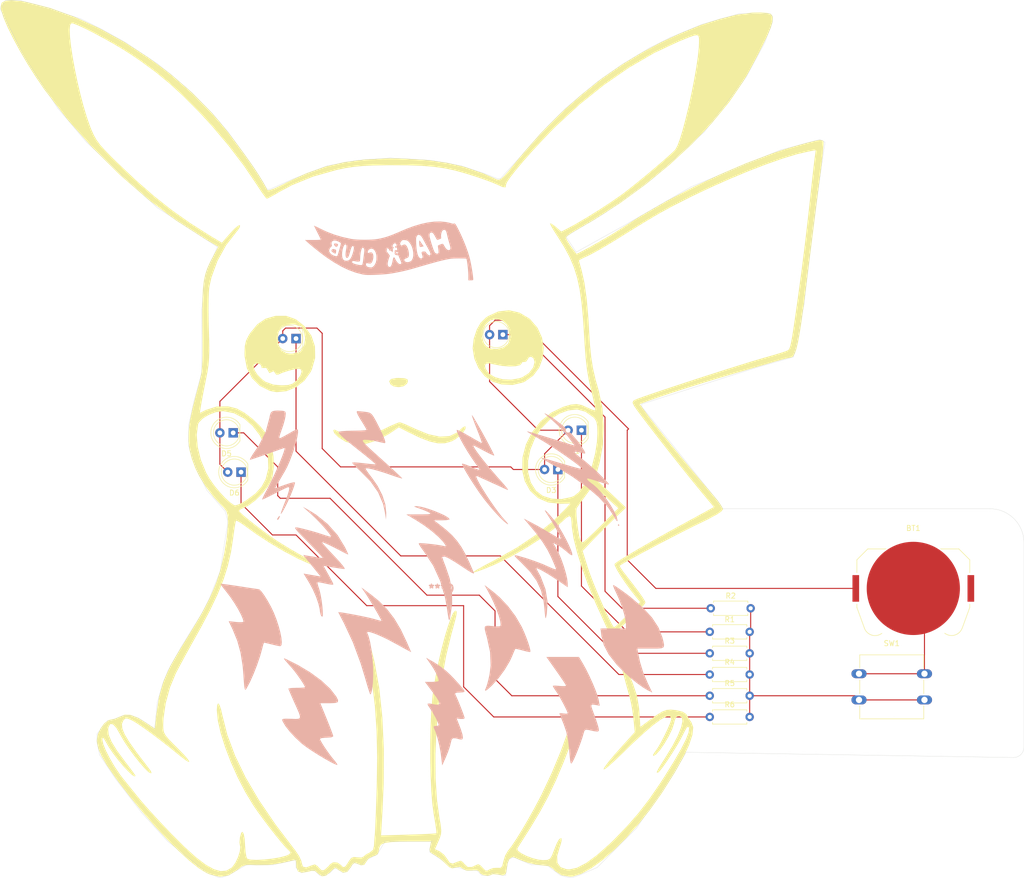
<source format=kicad_pcb>
(kicad_pcb (version 20241229) (generator "pcbnew") (generator_version "9.0")
  (layers (0 "F.Cu" signal) (2 "B.Cu" signal) (13 "F.Paste" user) (15 "B.Paste" user) (5 "F.SilkS" user "F.Silkscreen") (7 "B.SilkS" user "B.Silkscreen") (1 "F.Mask" user) (3 "B.Mask" user) (25 "Edge.Cuts" user))
  (net 0 "")
  (net 1 "Net-(BT1--)")
  (net 2 "Net-(BT1-+)")
  (net 3 "Net-(D1-K)")
  (net 4 "Net-(D2-K)")
  (net 5 "Net-(D3-K)")
  (net 6 "Net-(D4-K)")
  (net 7 "Net-(D5-K)")
  (net 8 "Net-(D6-K)")
  (net 9 "Net-(SW1-B)")
  (footprint "LED_THT:LED_D5.0mm" (layer "F.Cu") (at 79.5 84 180)
    (property "Reference" "D4" (at 1.27 -3.96 0) (layer "F.SilkS"))
    (property "Value" "LED")
    (pad "1" thru_hole rect (at 0 0 180) (size 1.8 1.8) (drill 0.9) (layers "*.Cu" "*.Mask") (net 6 "Net-(D4-K)"))
    (pad "2" thru_hole circle (at 2.54 0 180) (size 1.8 1.8) (drill 0.9) (layers "*.Cu" "*.Mask") (net 2 "Net-(BT1-+)"))
  )
  (footprint "LED_THT:LED_D5.0mm" (layer "F.Cu") (at 134 101.5 180)
    (property "Reference" "D1" (at 1.27 -3.96 0) (layer "F.SilkS"))
    (property "Value" "LED")
    (pad "1" thru_hole rect (at 0 0 180) (size 1.8 1.8) (drill 0.9) (layers "*.Cu" "*.Mask") (net 3 "Net-(D1-K)"))
    (pad "2" thru_hole circle (at 2.54 0 180) (size 1.8 1.8) (drill 0.9) (layers "*.Cu" "*.Mask") (net 2 "Net-(BT1-+)"))
  )
  (footprint "LED_THT:LED_D5.0mm" (layer "F.Cu") (at 67.5 102 180)
    (property "Reference" "D5" (at 1.27 -3.96 0) (layer "F.SilkS"))
    (property "Value" "LED")
    (pad "1" thru_hole rect (at 0 0 180) (size 1.8 1.8) (drill 0.9) (layers "*.Cu" "*.Mask") (net 7 "Net-(D5-K)"))
    (pad "2" thru_hole circle (at 2.54 0 180) (size 1.8 1.8) (drill 0.9) (layers "*.Cu" "*.Mask") (net 2 "Net-(BT1-+)"))
  )
  (footprint "Resistor_THT:R_Axial_DIN0207_L6.3mm_D2.5mm_P7.62mm_Horizontal" (layer "F.Cu") (at 158.69 135.5)
    (property "Reference" "R2" (at 3.81 -2.37 0) (layer "F.SilkS"))
    (property "Value" "R")
    (pad "1" thru_hole circle (at 0 0) (size 1.6 1.6) (drill 0.8) (layers "*.Cu" "*.Mask") (net 4 "Net-(D2-K)"))
    (pad "2" thru_hole circle (at 7.62 0) (size 1.6 1.6) (drill 0.8) (layers "*.Cu" "*.Mask") (net 9 "Net-(SW1-B)"))
  )
  (footprint "Resistor_THT:R_Axial_DIN0207_L6.3mm_D2.5mm_P7.62mm_Horizontal" (layer "F.Cu") (at 158.5 152.2)
    (property "Reference" "R5" (at 3.81 -2.37 0) (layer "F.SilkS"))
    (property "Value" "R")
    (pad "1" thru_hole circle (at 0 0) (size 1.6 1.6) (drill 0.8) (layers "*.Cu" "*.Mask") (net 7 "Net-(D5-K)"))
    (pad "2" thru_hole circle (at 7.62 0) (size 1.6 1.6) (drill 0.8) (layers "*.Cu" "*.Mask") (net 9 "Net-(SW1-B)"))
  )
  (footprint "Button_Switch_THT:SW_SPST_Omron_B3F-40xx" (layer "F.Cu") (at 187 148)
    (property "Reference" "SW1" (at 6.25 -5.8 0) (layer "F.SilkS"))
    (property "Value" "SW_SPST")
    (pad "" np_thru_hole circle (at 6.25 -2) (size 1.8 1.8) (drill 1.8) (layers "*.Cu" "*.Mask"))
    (pad "" np_thru_hole circle (at 6.25 7) (size 1.8 1.8) (drill 1.8) (layers "*.Cu" "*.Mask"))
    (pad "1" thru_hole oval (at 0 0) (size 2.9 1.7) (drill 1.2) (layers "*.Cu" "*.Mask") (net 1 "Net-(BT1--)"))
    (pad "1" thru_hole oval (at 12.5 0) (size 2.9 1.7) (drill 1.2) (layers "*.Cu" "*.Mask") (net 1 "Net-(BT1--)"))
    (pad "2" thru_hole oval (at 0 5) (size 2.9 1.7) (drill 1.2) (layers "*.Cu" "*.Mask") (net 9 "Net-(SW1-B)"))
    (pad "2" thru_hole oval (at 12.5 5) (size 2.9 1.7) (drill 1.2) (layers "*.Cu" "*.Mask") (net 9 "Net-(SW1-B)"))
  )
  (footprint "LOGO" (layer "F.Cu") (at 106 124.5)
    (property "Reference" "G***" (hide yes))
    (property "Value" "LOGO" (hide yes))
  )
  (footprint "Resistor_THT:R_Axial_DIN0207_L6.3mm_D2.5mm_P7.62mm_Horizontal" (layer "F.Cu") (at 158.5 140)
    (property "Reference" "R1" (at 3.81 -2.37 0) (layer "F.SilkS"))
    (property "Value" "R")
    (pad "1" thru_hole circle (at 0 0) (size 1.6 1.6) (drill 0.8) (layers "*.Cu" "*.Mask") (net 3 "Net-(D1-K)"))
    (pad "2" thru_hole circle (at 7.62 0) (size 1.6 1.6) (drill 0.8) (layers "*.Cu" "*.Mask") (net 9 "Net-(SW1-B)"))
  )
  (footprint "LED_THT:LED_D5.0mm" (layer "F.Cu") (at 119 83.25 180)
    (property "Reference" "D2" (at 1.27 -3.96 0) (layer "F.SilkS"))
    (property "Value" "LED")
    (pad "1" thru_hole rect (at 0 0 180) (size 1.8 1.8) (drill 0.9) (layers "*.Cu" "*.Mask") (net 4 "Net-(D2-K)"))
    (pad "2" thru_hole circle (at 2.54 0 180) (size 1.8 1.8) (drill 0.9) (layers "*.Cu" "*.Mask") (net 2 "Net-(BT1-+)"))
  )
  (footprint "Resistor_THT:R_Axial_DIN0207_L6.3mm_D2.5mm_P7.62mm_Horizontal" (layer "F.Cu") (at 158.5 148.15)
    (property "Reference" "R4" (at 3.81 -2.37 0) (layer "F.SilkS"))
    (property "Value" "R")
    (pad "1" thru_hole circle (at 0 0) (size 1.6 1.6) (drill 0.8) (layers "*.Cu" "*.Mask") (net 6 "Net-(D4-K)"))
    (pad "2" thru_hole circle (at 7.62 0) (size 1.6 1.6) (drill 0.8) (layers "*.Cu" "*.Mask") (net 9 "Net-(SW1-B)"))
  )
  (footprint "LED_THT:LED_D5.0mm" (layer "F.Cu") (at 69 109.5 180)
    (property "Reference" "D6" (at 1.27 -3.96 0) (layer "F.SilkS"))
    (property "Value" "LED")
    (pad "1" thru_hole rect (at 0 0 180) (size 1.8 1.8) (drill 0.9) (layers "*.Cu" "*.Mask") (net 8 "Net-(D6-K)"))
    (pad "2" thru_hole circle (at 2.54 0 180) (size 1.8 1.8) (drill 0.9) (layers "*.Cu" "*.Mask") (net 2 "Net-(BT1-+)"))
  )
  (footprint "Resistor_THT:R_Axial_DIN0207_L6.3mm_D2.5mm_P7.62mm_Horizontal" (layer "F.Cu") (at 158.5 144.1)
    (property "Reference" "R3" (at 3.81 -2.37 0) (layer "F.SilkS"))
    (property "Value" "R")
    (pad "1" thru_hole circle (at 0 0) (size 1.6 1.6) (drill 0.8) (layers "*.Cu" "*.Mask") (net 5 "Net-(D3-K)"))
    (pad "2" thru_hole circle (at 7.62 0) (size 1.6 1.6) (drill 0.8) (layers "*.Cu" "*.Mask") (net 9 "Net-(SW1-B)"))
  )
  (footprint "Resistor_THT:R_Axial_DIN0207_L6.3mm_D2.5mm_P7.62mm_Horizontal" (layer "F.Cu") (at 158.5 156.25)
    (property "Reference" "R6" (at 3.81 -2.37 0) (layer "F.SilkS"))
    (property "Value" "R")
    (pad "1" thru_hole circle (at 0 0) (size 1.6 1.6) (drill 0.8) (layers "*.Cu" "*.Mask") (net 8 "Net-(D6-K)"))
    (pad "2" thru_hole circle (at 7.62 0) (size 1.6 1.6) (drill 0.8) (layers "*.Cu" "*.Mask") (net 9 "Net-(SW1-B)"))
  )
  (footprint "Battery:BatteryHolder_Keystone_3034_1x20mm" (layer "F.Cu") (at 197.37 131.708075)
    (property "Reference" "BT1" (at 0 -11.5 0) (layer "F.SilkS"))
    (property "Value" "Battery_Cell")
    (pad "1" smd rect (at -10.985 0) (size 1.27 5.08) (layers "F.Cu" "F.Mask" "F.Paste") (net 2 "Net-(BT1-+)"))
    (pad "1" smd rect (at 10.985 0) (size 1.27 5.08) (layers "F.Cu" "F.Mask" "F.Paste") (net 2 "Net-(BT1-+)"))
    (pad "2" smd circle (at 0 0) (size 17.8 17.8) (layers "F.Cu" "F.Mask") (net 1 "Net-(BT1--)"))
  )
  (footprint "LED_THT:LED_D5.0mm" (layer "F.Cu") (at 129.5 109 180)
    (property "Reference" "D3" (at 1.27 -3.96 0) (layer "F.SilkS"))
    (property "Value" "LED")
    (pad "1" thru_hole rect (at 0 0 180) (size 1.8 1.8) (drill 0.9) (layers "*.Cu" "*.Mask") (net 5 "Net-(D3-K)"))
    (pad "2" thru_hole circle (at 2.54 0 180) (size 1.8 1.8) (drill 0.9) (layers "*.Cu" "*.Mask") (net 2 "Net-(BT1-+)"))
  )
  (footprint "LOGO" (layer "B.Cu") (at 107.25 131.75 180)
    (property "Reference" "G***" (at 0 0 0) (layer "B.SilkS") (effects (font (size 1.5 1.5) (thickness 0.3)) (justify mirror)))
    (property "Value" "LOGO" (hide yes))
  )
  (footprint "LOGO" (layer "B.Cu") (at 97.25 67.25 180)
    (property "Reference" "G***" (at 0 0 0) (layer "B.SilkS") (effects (font (size 1.5 1.5) (thickness 0.3)) (justify mirror)))
    (property "Value" "LOGO" (hide yes))
  )
  (gr_line (start 85.5 51) (end 91 50) (stroke (width 0.05)) (layer "Edge.Cuts"))
  (gr_line (start 75 184.5) (end 72 184.5) (stroke (width 0.05)) (layer "Edge.Cuts"))
  (gr_line (start 70 184.5) (end 66.5 186.5) (stroke (width 0.05)) (layer "Edge.Cuts"))
  (gr_line (start 53 31.5) (end 55.5 33.5) (stroke (width 0.05)) (layer "Edge.Cuts"))
  (gr_line (start 118.5 53.5) (end 123.5 48) (stroke (width 0.05)) (layer "Edge.Cuts"))
  (gr_line (start 116.5 186.5) (end 115 186.5) (stroke (width 0.05)) (layer "Edge.Cuts"))
  (gr_line (start 62 73.5) (end 61.5 78.5) (stroke (width 0.05)) (layer "Edge.Cuts"))
  (gr_line (start 88.5 186) (end 87 185) (stroke (width 0.05)) (layer "Edge.Cuts"))
  (gr_line (start 49.5 156.5) (end 48 156) (stroke (width 0.05)) (layer "Edge.Cuts"))
  (gr_line (start 86 186) (end 85 186.5) (stroke (width 0.05)) (layer "Edge.Cuts"))
  (gr_line (start 47 27.5) (end 53 31.5) (stroke (width 0.05)) (layer "Edge.Cuts"))
  (gr_line (start 62.5 113) (end 66 117) (stroke (width 0.05)) (layer "Edge.Cuts"))
  (gr_line (start 32.5 21) (end 38.5 23) (stroke (width 0.05)) (layer "Edge.Cuts"))
  (gr_line (start 53 59) (end 39.5 46.5) (stroke (width 0.05)) (layer "Edge.Cuts"))
  (gr_line (start 44 157) (end 43.5 157) (stroke (width 0.05)) (layer "Edge.Cuts"))
  (gr_line (start 90.5 184) (end 89.5 185.5) (stroke (width 0.05)) (layer "Edge.Cuts"))
  (gr_line (start 92 184.5) (end 90.5 184) (stroke (width 0.05)) (layer "Edge.Cuts"))
  (gr_line (start 93 183.5) (end 92 184.5) (stroke (width 0.05)) (layer "Edge.Cuts"))
  (gr_line (start 65 187) (end 62.5 186) (stroke (width 0.05)) (layer "Edge.Cuts"))
  (gr_line (start 74.5 55.5) (end 79 53.5) (stroke (width 0.05)) (layer "Edge.Cuts"))
  (gr_line (start 55 147.5) (end 54 150) (stroke (width 0.05)) (layer "Edge.Cuts"))
  (gr_line (start 38.5 23) (end 42.5 25) (stroke (width 0.05)) (layer "Edge.Cuts"))
  (gr_line (start 27 19.5) (end 32.5 21) (stroke (width 0.05)) (layer "Edge.Cuts"))
  (gr_line (start 176.5 77.5) (end 174.5 87.5) (stroke (width 0.05)) (layer "Edge.Cuts"))
  (gr_line (start 79.5 183.5) (end 75 184.5) (stroke (width 0.05)) (layer "Edge.Cuts"))
  (gr_line (start 27.5 30) (end 23 21) (stroke (width 0.05)) (layer "Edge.Cuts"))
  (gr_line (start 41.5 161) (end 42 163.5) (stroke (width 0.05)) (layer "Edge.Cuts"))
  (gr_line (start 131 64.5) (end 133 67.5) (stroke (width 0.05)) (layer "Edge.Cuts"))
  (gr_line (start 52.5 158.5) (end 49.5 156.5) (stroke (width 0.05)) (layer "Edge.Cuts"))
  (gr_line (start 127.5 43.5) (end 131 40) (stroke (width 0.05)) (layer "Edge.Cuts"))
  (gr_line (start 179.5 46) (end 180.5 46.5) (stroke (width 0.05)) (layer "Edge.Cuts"))
  (gr_line (start 34 40) (end 27.5 30) (stroke (width 0.05)) (layer "Edge.Cuts"))
  (gr_line (start 50 174.5) (end 45 168) (stroke (width 0.05)) (layer "Edge.Cuts"))
  (gr_line (start 80 185.5) (end 79.5 185) (stroke (width 0.05)) (layer "Edge.Cuts"))
  (gr_line (start 114 185.5) (end 112 185.5) (stroke (width 0.05)) (layer "Edge.Cuts"))
  (gr_line (start 105 181.5) (end 105.5 180) (stroke (width 0.05)) (layer "Edge.Cuts"))
  (gr_line (start 109.5 185) (end 108 184) (stroke (width 0.05)) (layer "Edge.Cuts"))
  (gr_line (start 119.5 186.5) (end 119 186.5) (stroke (width 0.05)) (layer "Edge.Cuts"))
  (gr_line (start 66 117) (end 66.5 119) (stroke (width 0.05)) (layer "Edge.Cuts"))
  (gr_line (start 132 187) (end 130 186.5) (stroke (width 0.05)) (layer "Edge.Cuts"))
  (gr_line (start 145.5 97) (end 160 115) (stroke (width 0.05)) (layer "Edge.Cuts"))
  (gr_line (start 41.5 159.5) (end 41.5 161) (stroke (width 0.05)) (layer "Edge.Cuts"))
  (gr_line (start 61.5 90.5) (end 60 96) (stroke (width 0.05)) (layer "Edge.Cuts"))
  (gr_line (start 145.5 96.5) (end 145.5 97) (stroke (width 0.05)) (layer "Edge.Cuts"))
  (gr_line (start 69 48) (end 71.5 51.5) (stroke (width 0.05)) (layer "Edge.Cuts"))
  (gr_line (start 130 186.5) (end 128 185) (stroke (width 0.05)) (layer "Edge.Cuts"))
  (gr_line (start 53 59) (end 64.5 66.5) (stroke (width 0.05)) (layer "Edge.Cuts"))
  (gr_line (start 61 110) (end 62.5 113) (stroke (width 0.05)) (layer "Edge.Cuts"))
  (gr_line (start 114.5 186) (end 114 185.5) (stroke (width 0.05)) (layer "Edge.Cuts"))
  (gr_line (start 87 185) (end 86 186) (stroke (width 0.05)) (layer "Edge.Cuts"))
  (gr_line (start 71.5 51.5) (end 74 55.5) (stroke (width 0.05)) (layer "Edge.Cuts"))
  (gr_line (start 42.5 25) (end 47 27.5) (stroke (width 0.05)) (layer "Edge.Cuts"))
  (gr_line (start 170.5 23.5) (end 169 27.5) (stroke (width 0.05)) (layer "Edge.Cuts"))
  (gr_line (start 105 182) (end 105 181.5) (stroke (width 0.05)) (layer "Edge.Cuts"))
  (gr_arc (start 212 116.5) (mid 216.596194 118.403806) (end 218.5 123) (stroke (width 0.05)) (layer "Edge.Cuts"))
  (gr_line (start 138.5 60) (end 131 64.5) (stroke (width 0.05)) (layer "Edge.Cuts"))
  (gr_line (start 62.5 71) (end 62 73.5) (stroke (width 0.05)) (layer "Edge.Cuts"))
  (gr_line (start 160 115) (end 161 116.5) (stroke (width 0.05)) (layer "Edge.Cuts"))
  (gr_line (start 133 67.5) (end 142 62.5) (stroke (width 0.05)) (layer "Edge.Cuts"))
  (gr_line (start 46.5 156) (end 44 157) (stroke (width 0.05)) (layer "Edge.Cuts"))
  (gr_line (start 174.5 87.5) (end 167.5 89.5) (stroke (width 0.05)) (layer "Edge.Cuts"))
  (gr_line (start 66.5 119) (end 65 128.5) (stroke (width 0.05)) (layer "Edge.Cuts"))
  (gr_line (start 63 133.5) (end 61.5 136.5) (stroke (width 0.05)) (layer "Edge.Cuts"))
  (gr_line (start 24 19.5) (end 27 19.5) (stroke (width 0.05)) (layer "Edge.Cuts"))
  (gr_line (start 172 48) (end 179.5 46) (stroke (width 0.05)) (layer "Edge.Cuts"))
  (gr_line (start 121 183) (end 120 183.5) (stroke (width 0.05)) (layer "Edge.Cuts"))
  (gr_line (start 120 183.5) (end 119.5 186.5) (stroke (width 0.05)) (layer "Edge.Cuts"))
  (gr_line (start 91 50) (end 97.5 49.5) (stroke (width 0.05)) (layer "Edge.Cuts"))
  (gr_line (start 84 186.5) (end 83.5 186) (stroke (width 0.05)) (layer "Edge.Cuts"))
  (gr_line (start 59 36.5) (end 63.5 41) (stroke (width 0.05)) (layer "Edge.Cuts"))
  (gr_line (start 74 55.5) (end 74.5 55.5) (stroke (width 0.05)) (layer "Edge.Cuts"))
  (gr_line (start 55.5 33.5) (end 59 36.5) (stroke (width 0.05)) (layer "Edge.Cuts"))
  (gr_line (start 53 153.5) (end 52.5 158.5) (stroke (width 0.05)) (layer "Edge.Cuts"))
  (gr_line (start 89.5 185.5) (end 88.5 186) (stroke (width 0.05)) (layer "Edge.Cuts"))
  (gr_line (start 169 27.5) (end 165.5 34) (stroke (width 0.05)) (layer "Edge.Cuts"))
  (gr_line (start 147.5 53.5) (end 138.5 60) (stroke (width 0.05)) (layer "Edge.Cuts"))
  (gr_line (start 144.5 177.5) (end 137 185) (stroke (width 0.05)) (layer "Edge.Cuts"))
  (gr_line (start 155 55) (end 172 48) (stroke (width 0.05)) (layer "Edge.Cuts"))
  (gr_line (start 105.5 180) (end 96.5 180) (stroke (width 0.05)) (layer "Edge.Cuts"))
  (gr_line (start 115.5 52.5) (end 118 53.5) (stroke (width 0.05)) (layer "Edge.Cuts"))
  (gr_arc (start 218.5 162) (mid 217.914214 163.414214) (end 216.5 164) (stroke (width 0.05)) (layer "Edge.Cuts"))
  (gr_line (start 117 186) (end 116.5 186.5) (stroke (width 0.05)) (layer "Edge.Cuts"))
  (gr_line (start 60 96) (end 59 100.5) (stroke (width 0.05)) (layer "Edge.Cuts"))
  (gr_line (start 61.5 136.5) (end 57.5 143) (stroke (width 0.05)) (layer "Edge.Cuts"))
  (gr_line (start 164 22) (end 170 22) (stroke (width 0.05)) (layer "Edge.Cuts"))
  (gr_line (start 178 64) (end 176.5 77.5) (stroke (width 0.05)) (layer "Edge.Cuts"))
  (gr_line (start 96.5 180) (end 95 182.5) (stroke (width 0.05)) (layer "Edge.Cuts"))
  (gr_line (start 131 40) (end 137 35) (stroke (width 0.05)) (layer "Edge.Cuts"))
  (gr_line (start 133.5 186.5) (end 132 187) (stroke (width 0.05)) (layer "Edge.Cuts"))
  (gr_line (start 128 185) (end 127.5 184.5) (stroke (width 0.05)) (layer "Edge.Cuts"))
  (gr_line (start 170.5 22.5) (end 170.5 23.5) (stroke (width 0.05)) (layer "Edge.Cuts"))
  (gr_line (start 23 21) (end 24 19.5) (stroke (width 0.05)) (layer "Edge.Cuts"))
  (gr_line (start 66.5 44.5) (end 69 48) (stroke (width 0.05)) (layer "Edge.Cuts"))
  (gr_line (start 57.5 143) (end 55 147.5) (stroke (width 0.05)) (layer "Edge.Cuts"))
  (gr_line (start 42 163.5) (end 45 168) (stroke (width 0.05)) (layer "Edge.Cuts"))
  (gr_line (start 115 186.5) (end 114.5 186) (stroke (width 0.05)) (layer "Edge.Cuts"))
  (gr_line (start 79 53.5) (end 85.5 51) (stroke (width 0.05)) (layer "Edge.Cuts"))
  (gr_line (start 105.5 50) (end 111 51) (stroke (width 0.05)) (layer "Edge.Cuts"))
  (gr_line (start 48 156) (end 46.5 156) (stroke (width 0.05)) (layer "Edge.Cuts"))
  (gr_line (start 82 185.5) (end 80.5 186) (stroke (width 0.05)) (layer "Edge.Cuts"))
  (gr_line (start 170 22) (end 170.5 22.5) (stroke (width 0.05)) (layer "Edge.Cuts"))
  (gr_line (start 66.5 186.5) (end 65 187) (stroke (width 0.05)) (layer "Edge.Cuts"))
  (gr_line (start 161 116.5) (end 212 116.5) (stroke (width 0.05)) (layer "Edge.Cuts"))
  (gr_line (start 95 182.5) (end 93 183.5) (stroke (width 0.05)) (layer "Edge.Cuts"))
  (gr_line (start 142 31.5) (end 147 28.5) (stroke (width 0.05)) (layer "Edge.Cuts"))
  (gr_line (start 180.5 46.5) (end 178 64) (stroke (width 0.05)) (layer "Edge.Cuts"))
  (gr_line (start 157.5 44.5) (end 147.5 53.5) (stroke (width 0.05)) (layer "Edge.Cuts"))
  (gr_line (start 79.5 184) (end 79.5 183.5) (stroke (width 0.05)) (layer "Edge.Cuts"))
  (gr_line (start 83.5 186) (end 83 185.5) (stroke (width 0.05)) (layer "Edge.Cuts"))
  (gr_line (start 72 184.5) (end 70 184.5) (stroke (width 0.05)) (layer "Edge.Cuts"))
  (gr_line (start 79.5 185) (end 79.5 184) (stroke (width 0.05)) (layer "Edge.Cuts"))
  (gr_line (start 154 163) (end 151 168) (stroke (width 0.05)) (layer "Edge.Cuts"))
  (gr_line (start 151 168) (end 144.5 177.5) (stroke (width 0.05)) (layer "Edge.Cuts"))
  (gr_line (start 137 185) (end 133.5 186.5) (stroke (width 0.05)) (layer "Edge.Cuts"))
  (gr_line (start 124.5 184.5) (end 121 183) (stroke (width 0.05)) (layer "Edge.Cuts"))
  (gr_line (start 142 62.5) (end 155 55) (stroke (width 0.05)) (layer "Edge.Cuts"))
  (gr_line (start 151 26.5) (end 157 24) (stroke (width 0.05)) (layer "Edge.Cuts"))
  (gr_line (start 218.5 123) (end 218.5 162) (stroke (width 0.05)) (layer "Edge.Cuts"))
  (gr_line (start 167.5 89.5) (end 145.5 96.5) (stroke (width 0.05)) (layer "Edge.Cuts"))
  (gr_line (start 118 53.5) (end 118.5 53.5) (stroke (width 0.05)) (layer "Edge.Cuts"))
  (gr_line (start 59 104.5) (end 61 110) (stroke (width 0.05)) (layer "Edge.Cuts"))
  (gr_line (start 216.5 164) (end 154 163) (stroke (width 0.05)) (layer "Edge.Cuts"))
  (gr_line (start 157 24) (end 164 22) (stroke (width 0.05)) (layer "Edge.Cuts"))
  (gr_line (start 61.5 78.5) (end 61.5 90.5) (stroke (width 0.05)) (layer "Edge.Cuts"))
  (gr_line (start 80.5 186) (end 80 185.5) (stroke (width 0.05)) (layer "Edge.Cuts"))
  (gr_line (start 65 128.5) (end 63 133.5) (stroke (width 0.05)) (layer "Edge.Cuts"))
  (gr_line (start 59 100.5) (end 59 104.5) (stroke (width 0.05)) (layer "Edge.Cuts"))
  (gr_line (start 110.5 185) (end 109.5 185) (stroke (width 0.05)) (layer "Edge.Cuts"))
  (gr_line (start 108 184) (end 105 182) (stroke (width 0.05)) (layer "Edge.Cuts"))
  (gr_line (start 55 180) (end 50 174.5) (stroke (width 0.05)) (layer "Edge.Cuts"))
  (gr_line (start 54 150) (end 53 153.5) (stroke (width 0.05)) (layer "Edge.Cuts"))
  (gr_line (start 63.5 41) (end 66.5 44.5) (stroke (width 0.05)) (layer "Edge.Cuts"))
  (gr_line (start 112 185.5) (end 110.5 185) (stroke (width 0.05)) (layer "Edge.Cuts"))
  (gr_line (start 39.5 46.5) (end 34 40) (stroke (width 0.05)) (layer "Edge.Cuts"))
  (gr_line (start 64.5 66.5) (end 62.5 71) (stroke (width 0.05)) (layer "Edge.Cuts"))
  (gr_line (start 97.5 49.5) (end 105.5 50) (stroke (width 0.05)) (layer "Edge.Cuts"))
  (gr_line (start 123.5 48) (end 127.5 43.5) (stroke (width 0.05)) (layer "Edge.Cuts"))
  (gr_line (start 62.5 186) (end 55 180) (stroke (width 0.05)) (layer "Edge.Cuts"))
  (gr_line (start 165.5 34) (end 157.5 44.5) (stroke (width 0.05)) (layer "Edge.Cuts"))
  (gr_line (start 147 28.5) (end 151 26.5) (stroke (width 0.05)) (layer "Edge.Cuts"))
  (gr_line (start 85 186.5) (end 84 186.5) (stroke (width 0.05)) (layer "Edge.Cuts"))
  (gr_line (start 137 35) (end 142 31.5) (stroke (width 0.05)) (layer "Edge.Cuts"))
  (gr_line (start 119 186.5) (end 117 186) (stroke (width 0.05)) (layer "Edge.Cuts"))
  (gr_line (start 111 51) (end 115.5 52.5) (stroke (width 0.05)) (layer "Edge.Cuts"))
  (gr_line (start 83 185.5) (end 82 185.5) (stroke (width 0.05)) (layer "Edge.Cuts"))
  (gr_line (start 43.5 157) (end 41.5 159.5) (stroke (width 0.05)) (layer "Edge.Cuts"))
  (gr_line (start 127.5 184.5) (end 124.5 184.5) (stroke (width 0.05)) (layer "Edge.Cuts"))
  (segment (start 199.5 148) (end 199.5 133.838075) (width 0.2) (layer "F.Cu") (net 1))
  (segment (start 199.5 133.838075) (end 197.37 131.708075) (width 0.2) (layer "F.Cu") (net 1))
  (segment (start 187 148) (end 199.5 148) (width 0.2) (layer "F.Cu") (net 1))
  (segment (start 121 109) (end 126.96 109) (width 0.2) (layer "F.Cu") (net 2))
  (segment (start 66.46 109.5) (end 64.96 108) (width 0.2) (layer "F.Cu") (net 2))
  (segment (start 126.96 106) (end 131.46 101.5) (width 0.2) (layer "F.Cu") (net 2))
  (segment (start 125.75 101.5) (end 116.46 92.21) (width 0.2) (layer "F.Cu") (net 2))
  (segment (start 84.5 83) (end 84.5 105) (width 0.2) (layer "F.Cu") (net 2))
  (segment (start 76.96 84) (end 76.96 82.54) (width 0.2) (layer "F.Cu") (net 2))
  (segment (start 64.96 96) (end 76.96 84) (width 0.2) (layer "F.Cu") (net 2))
  (segment (start 83.5 82) (end 84.5 83) (width 0.2) (layer "F.Cu") (net 2))
  (segment (start 116.46 81.54) (end 117.5 80.5) (width 0.2) (layer "F.Cu") (net 2))
  (segment (start 122.25 80.5) (end 143 101.25) (width 0.2) (layer "F.Cu") (net 2))
  (segment (start 131.46 101.5) (end 125.75 101.5) (width 0.2) (layer "F.Cu") (net 2))
  (segment (start 142.75 126.25) (end 148.208075 131.708075) (width 0.2) (layer "F.Cu") (net 2))
  (segment (start 126.96 109) (end 126.96 106) (width 0.2) (layer "F.Cu") (net 2))
  (segment (start 116.46 92.21) (end 116.46 83.25) (width 0.2) (layer "F.Cu") (net 2))
  (segment (start 76.96 82.54) (end 77.5 82) (width 0.2) (layer "F.Cu") (net 2))
  (segment (start 84.5 105) (end 88 108.5) (width 0.2) (layer "F.Cu") (net 2))
  (segment (start 77.5 82) (end 83.5 82) (width 0.2) (layer "F.Cu") (net 2))
  (segment (start 148.208075 131.708075) (end 186.385 131.708075) (width 0.2) (layer "F.Cu") (net 2))
  (segment (start 120.5 108.5) (end 121 109) (width 0.2) (layer "F.Cu") (net 2))
  (segment (start 143 101.25) (end 142.75 101.5) (width 0.2) (layer "F.Cu") (net 2))
  (segment (start 64.96 102) (end 64.96 96) (width 0.2) (layer "F.Cu") (net 2))
  (segment (start 64.96 108) (end 64.96 102) (width 0.2) (layer "F.Cu") (net 2))
  (segment (start 116.46 83.25) (end 116.46 81.54) (width 0.2) (layer "F.Cu") (net 2))
  (segment (start 117.5 80.5) (end 122.25 80.5) (width 0.2) (layer "F.Cu") (net 2))
  (segment (start 142.75 101.5) (end 142.75 126.25) (width 0.2) (layer "F.Cu") (net 2))
  (segment (start 88 108.5) (end 120.5 108.5) (width 0.2) (layer "F.Cu") (net 2))
  (segment (start 134 131.25) (end 142.75 140) (width 0.2) (layer "F.Cu") (net 3))
  (segment (start 142.75 140) (end 158.5 140) (width 0.2) (layer "F.Cu") (net 3))
  (segment (start 134 101.5) (end 134 131.25) (width 0.2) (layer "F.Cu") (net 3))
  (segment (start 119 83.25) (end 122.75 83.25) (width 0.2) (layer "F.Cu") (net 4))
  (segment (start 138.5 132.25) (end 141.75 135.5) (width 0.2) (layer "F.Cu") (net 4))
  (segment (start 138.5 99) (end 138.5 132.25) (width 0.2) (layer "F.Cu") (net 4))
  (segment (start 122.75 83.25) (end 138.5 99) (width 0.2) (layer "F.Cu") (net 4))
  (segment (start 141.75 135.5) (end 158.69 135.5) (width 0.2) (layer "F.Cu") (net 4))
  (segment (start 129.5 133.25) (end 140.35 144.1) (width 0.2) (layer "F.Cu") (net 5))
  (segment (start 140.35 144.1) (end 158.5 144.1) (width 0.2) (layer "F.Cu") (net 5))
  (segment (start 129.5 109) (end 129.5 133.25) (width 0.2) (layer "F.Cu") (net 5))
  (segment (start 79.5 84) (end 79.5 105.5) (width 0.2) (layer "F.Cu") (net 6))
  (segment (start 118.5 125.5) (end 141.15 148.15) (width 0.2) (layer "F.Cu") (net 6))
  (segment (start 141.15 148.15) (end 158.5 148.15) (width 0.2) (layer "F.Cu") (net 6))
  (segment (start 79.5 105.5) (end 99.5 125.5) (width 0.2) (layer "F.Cu") (net 6))
  (segment (start 99.5 125.5) (end 118.5 125.5) (width 0.2) (layer "F.Cu") (net 6))
  (segment (start 117.5 149) (end 120.7 152.2) (width 0.2) (layer "F.Cu") (net 7))
  (segment (start 76.5 114.5) (end 86 114.5) (width 0.2) (layer "F.Cu") (net 7))
  (segment (start 67.5 102) (end 69.5 102) (width 0.2) (layer "F.Cu") (net 7))
  (segment (start 104.5 133) (end 114.5 133) (width 0.2) (layer "F.Cu") (net 7))
  (segment (start 117.5 136) (end 117.5 149) (width 0.2) (layer "F.Cu") (net 7))
  (segment (start 76 108.5) (end 76 114) (width 0.2) (layer "F.Cu") (net 7))
  (segment (start 69.5 102) (end 76 108.5) (width 0.2) (layer "F.Cu") (net 7))
  (segment (start 76 114) (end 76.5 114.5) (width 0.2) (layer "F.Cu") (net 7))
  (segment (start 86 114.5) (end 104.5 133) (width 0.2) (layer "F.Cu") (net 7))
  (segment (start 120.7 152.2) (end 158.5 152.2) (width 0.2) (layer "F.Cu") (net 7))
  (segment (start 114.5 133) (end 117.5 136) (width 0.2) (layer "F.Cu") (net 7))
  (segment (start 69 109.5) (end 69 115.5) (width 0.2) (layer "F.Cu") (net 8))
  (segment (start 117.25 156.25) (end 158.5 156.25) (width 0.2) (layer "F.Cu") (net 8))
  (segment (start 79.5 121.5) (end 93 135) (width 0.2) (layer "F.Cu") (net 8))
  (segment (start 93 135) (end 111.5 135) (width 0.2) (layer "F.Cu") (net 8))
  (segment (start 75 121.5) (end 79.5 121.5) (width 0.2) (layer "F.Cu") (net 8))
  (segment (start 111.5 150.5) (end 117.25 156.25) (width 0.2) (layer "F.Cu") (net 8))
  (segment (start 111.5 135) (end 111.5 150.5) (width 0.2) (layer "F.Cu") (net 8))
  (segment (start 69 115.5) (end 75 121.5) (width 0.2) (layer "F.Cu") (net 8))
  (segment (start 166.12 152.2) (end 186.2 152.2) (width 0.2) (layer "F.Cu") (net 9))
  (segment (start 166.31 135.5) (end 166.31 139.81) (width 0.2) (layer "F.Cu") (net 9))
  (segment (start 166.12 140) (end 166.12 144.1) (width 0.2) (layer "F.Cu") (net 9))
  (segment (start 166.12 148.15) (end 166.12 152.2) (width 0.2) (layer "F.Cu") (net 9))
  (segment (start 166.12 144.1) (end 166.12 148.15) (width 0.2) (layer "F.Cu") (net 9))
  (segment (start 166.31 139.81) (end 166.12 140) (width 0.2) (layer "F.Cu") (net 9))
  (segment (start 186.2 152.2) (end 187 153) (width 0.2) (layer "F.Cu") (net 9))
  (segment (start 166.12 152.2) (end 166.12 156.25) (width 0.2) (layer "F.Cu") (net 9))
  (segment (start 187 153) (end 199.5 153) (width 0.2) (layer "F.Cu") (net 9))
)
</source>
